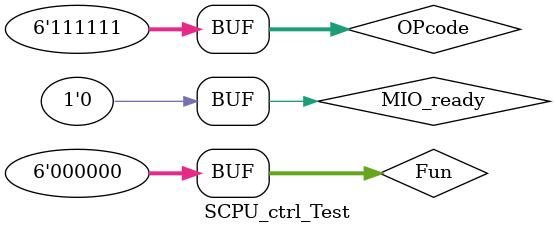
<source format=v>
`timescale 1ns / 1ps


module SCPU_ctrl_Test;

	// Inputs
	reg [5:0] OPcode;
	reg [5:0] Fun;
	reg MIO_ready;

	// Outputs
	wire RegDst;
	wire ALUSrc_B;
	wire MemtoReg;
	wire Jump;
	wire Branch;
	wire RegWrite;
	wire [2:0] ALU_Control;
	wire mem_w;
	wire CPU_MIO;

	// Instantiate the Unit Under Test (UUT)
	SCPU_ctrl uut (
		.OPcode(OPcode), 
		.Fun(Fun), 
		.MIO_ready(MIO_ready), 
		.RegDst(RegDst), 
		.ALUSrc_B(ALUSrc_B), 
		.MemtoReg(MemtoReg), 
		.Jump(Jump), 
		.Branch(Branch), 
		.RegWrite(RegWrite), 
		.ALU_Control(ALU_Control), 
		.mem_w(mem_w), 
		.CPU_MIO(CPU_MIO)
	);

	initial begin
		// Initialize Inputs
		OPcode = 0;
		Fun = 0;
		MIO_ready = 0;
		#40;
		Fun = 6'b100000;	// add
		#20;
		Fun = 6'b100010;	// sub
		#20;
		Fun = 6'b100100;	// and
		#20;
		Fun = 6'b100101;	// or
		#20;
		Fun = 6'b101010;	// slt
		#20;
		Fun = 6'b100111;	// nor
		#20;
		Fun = 6'b000010;	// srl
		#20;
		Fun = 6'b010110;	// xor
		#20;
		Fun = 6'b111111;	// ¼ä¸ô
		#1;
		OPcode = 6'b100011;	// load
		#20;
		OPcode = 6'b101011;	// store
		#20;
		OPcode = 6'b000100;	// beq
		#20;
		OPcode = 6'b000010;	// jump
		#20;
		OPcode = 6'h24;		// slti
		#20;
		OPcode = 6'h3f;
		Fun = 6'b0000000;

	end
      
endmodule


</source>
